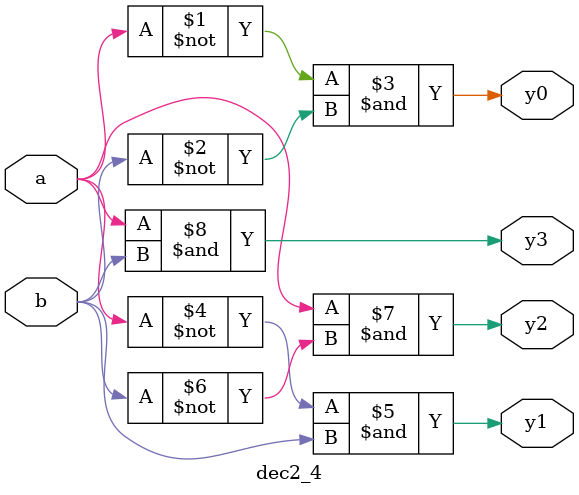
<source format=v>
`timescale 1ns / 1ps


module dec2_4(
    input a,b,
    output y0,y1,y2,y3
    );
    assign y0 = (~a) & (~b);
    assign y1 = (~a) & (b);
    assign y2 = (a) & (~b);
    assign y3 = (a) & (b);
endmodule

</source>
